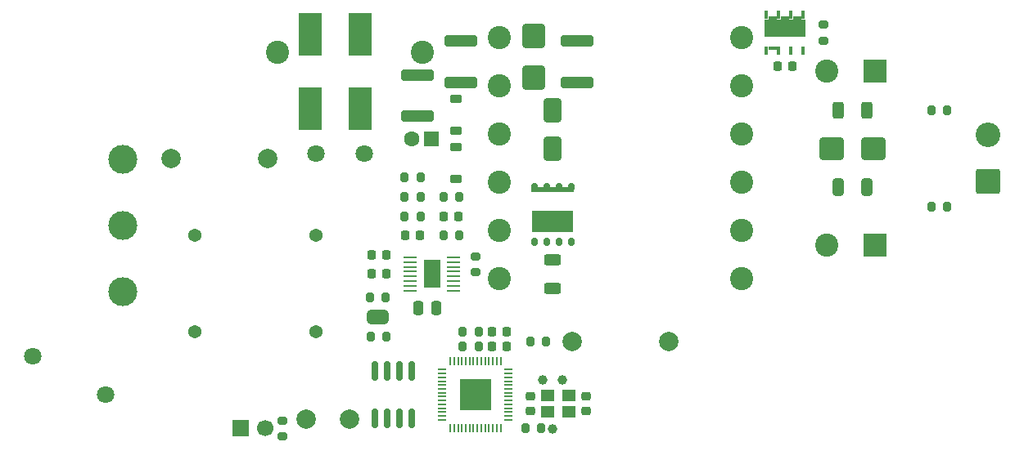
<source format=gbr>
%TF.GenerationSoftware,KiCad,Pcbnew,9.0.0-9.0.0-2~ubuntu24.04.1*%
%TF.CreationDate,2025-04-09T05:26:43-04:00*%
%TF.ProjectId,ECE2799_LED-Lamp,45434532-3739-4395-9f4c-45442d4c616d,rev?*%
%TF.SameCoordinates,Original*%
%TF.FileFunction,Soldermask,Bot*%
%TF.FilePolarity,Negative*%
%FSLAX46Y46*%
G04 Gerber Fmt 4.6, Leading zero omitted, Abs format (unit mm)*
G04 Created by KiCad (PCBNEW 9.0.0-9.0.0-2~ubuntu24.04.1) date 2025-04-09 05:26:43*
%MOMM*%
%LPD*%
G01*
G04 APERTURE LIST*
G04 Aperture macros list*
%AMRoundRect*
0 Rectangle with rounded corners*
0 $1 Rounding radius*
0 $2 $3 $4 $5 $6 $7 $8 $9 X,Y pos of 4 corners*
0 Add a 4 corners polygon primitive as box body*
4,1,4,$2,$3,$4,$5,$6,$7,$8,$9,$2,$3,0*
0 Add four circle primitives for the rounded corners*
1,1,$1+$1,$2,$3*
1,1,$1+$1,$4,$5*
1,1,$1+$1,$6,$7*
1,1,$1+$1,$8,$9*
0 Add four rect primitives between the rounded corners*
20,1,$1+$1,$2,$3,$4,$5,0*
20,1,$1+$1,$4,$5,$6,$7,0*
20,1,$1+$1,$6,$7,$8,$9,0*
20,1,$1+$1,$8,$9,$2,$3,0*%
%AMFreePoly0*
4,1,23,0.500000,-0.750000,0.000000,-0.750000,0.000000,-0.745722,-0.065263,-0.745722,-0.191342,-0.711940,-0.304381,-0.646677,-0.396677,-0.554381,-0.461940,-0.441342,-0.495722,-0.315263,-0.495722,-0.250000,-0.500000,-0.250000,-0.500000,0.250000,-0.495722,0.250000,-0.495722,0.315263,-0.461940,0.441342,-0.396677,0.554381,-0.304381,0.646677,-0.191342,0.711940,-0.065263,0.745722,0.000000,0.745722,
0.000000,0.750000,0.500000,0.750000,0.500000,-0.750000,0.500000,-0.750000,$1*%
%AMFreePoly1*
4,1,23,0.000000,0.745722,0.065263,0.745722,0.191342,0.711940,0.304381,0.646677,0.396677,0.554381,0.461940,0.441342,0.495722,0.315263,0.495722,0.250000,0.500000,0.250000,0.500000,-0.250000,0.495722,-0.250000,0.495722,-0.315263,0.461940,-0.441342,0.396677,-0.554381,0.304381,-0.646677,0.191342,-0.711940,0.065263,-0.745722,0.000000,-0.745722,0.000000,-0.750000,-0.500000,-0.750000,
-0.500000,0.750000,0.000000,0.750000,0.000000,0.745722,0.000000,0.745722,$1*%
G04 Aperture macros list end*
%ADD10C,0.000000*%
%ADD11C,2.400000*%
%ADD12C,1.800000*%
%ADD13C,3.000000*%
%ADD14C,0.990600*%
%ADD15R,1.600000X1.600000*%
%ADD16C,1.600000*%
%ADD17R,2.400000X2.400000*%
%ADD18R,1.700000X1.700000*%
%ADD19C,1.700000*%
%ADD20C,2.000000*%
%ADD21RoundRect,0.249999X1.025001X-1.025001X1.025001X1.025001X-1.025001X1.025001X-1.025001X-1.025001X0*%
%ADD22C,2.550000*%
%ADD23C,1.371600*%
%ADD24RoundRect,0.225000X-0.375000X0.225000X-0.375000X-0.225000X0.375000X-0.225000X0.375000X0.225000X0*%
%ADD25RoundRect,0.152500X0.152500X-0.262500X0.152500X0.262500X-0.152500X0.262500X-0.152500X-0.262500X0*%
%ADD26R,4.420000X0.540000*%
%ADD27R,4.300000X2.200000*%
%ADD28RoundRect,0.225000X0.225000X0.250000X-0.225000X0.250000X-0.225000X-0.250000X0.225000X-0.250000X0*%
%ADD29RoundRect,0.250000X-0.650000X1.000000X-0.650000X-1.000000X0.650000X-1.000000X0.650000X1.000000X0*%
%ADD30RoundRect,0.200000X-0.200000X-0.275000X0.200000X-0.275000X0.200000X0.275000X-0.200000X0.275000X0*%
%ADD31RoundRect,0.250000X-1.450000X0.312500X-1.450000X-0.312500X1.450000X-0.312500X1.450000X0.312500X0*%
%ADD32RoundRect,0.225000X-0.225000X-0.250000X0.225000X-0.250000X0.225000X0.250000X-0.225000X0.250000X0*%
%ADD33RoundRect,0.200000X0.200000X0.275000X-0.200000X0.275000X-0.200000X-0.275000X0.200000X-0.275000X0*%
%ADD34RoundRect,0.225000X0.375000X-0.225000X0.375000X0.225000X-0.375000X0.225000X-0.375000X-0.225000X0*%
%ADD35RoundRect,0.250000X-0.625000X0.312500X-0.625000X-0.312500X0.625000X-0.312500X0.625000X0.312500X0*%
%ADD36RoundRect,0.200000X-0.275000X0.200000X-0.275000X-0.200000X0.275000X-0.200000X0.275000X0.200000X0*%
%ADD37FreePoly0,180.000000*%
%ADD38FreePoly1,180.000000*%
%ADD39RoundRect,0.050000X-0.050000X0.387500X-0.050000X-0.387500X0.050000X-0.387500X0.050000X0.387500X0*%
%ADD40RoundRect,0.050000X-0.387500X0.050000X-0.387500X-0.050000X0.387500X-0.050000X0.387500X0.050000X0*%
%ADD41R,3.200000X3.200000*%
%ADD42RoundRect,0.250000X0.312500X0.625000X-0.312500X0.625000X-0.312500X-0.625000X0.312500X-0.625000X0*%
%ADD43RoundRect,0.250000X0.325000X0.650000X-0.325000X0.650000X-0.325000X-0.650000X0.325000X-0.650000X0*%
%ADD44R,0.457200X0.889000*%
%ADD45RoundRect,0.250000X1.000000X0.900000X-1.000000X0.900000X-1.000000X-0.900000X1.000000X-0.900000X0*%
%ADD46RoundRect,0.225000X0.250000X-0.225000X0.250000X0.225000X-0.250000X0.225000X-0.250000X-0.225000X0*%
%ADD47R,2.400000X4.400000*%
%ADD48R,1.333500X0.279400*%
%ADD49R,1.752600X2.946400*%
%ADD50RoundRect,0.150000X-0.150000X0.825000X-0.150000X-0.825000X0.150000X-0.825000X0.150000X0.825000X0*%
%ADD51RoundRect,0.225000X-0.250000X0.225000X-0.250000X-0.225000X0.250000X-0.225000X0.250000X0.225000X0*%
%ADD52RoundRect,0.250000X-0.250000X-0.475000X0.250000X-0.475000X0.250000X0.475000X-0.250000X0.475000X0*%
%ADD53R,1.400000X1.200000*%
%ADD54RoundRect,0.250000X0.900000X-1.000000X0.900000X1.000000X-0.900000X1.000000X-0.900000X-1.000000X0*%
%ADD55RoundRect,0.200000X0.275000X-0.200000X0.275000X0.200000X-0.275000X0.200000X-0.275000X-0.200000X0*%
G04 APERTURE END LIST*
%TO.C,JP2*%
G36*
X135071168Y-115686498D02*
G01*
X134771168Y-115686498D01*
X134771168Y-117186498D01*
X135071168Y-117186498D01*
X135071168Y-115686498D01*
G37*
D10*
%TO.C,U2*%
G36*
X176136400Y-88744499D02*
G01*
X175323600Y-88744499D01*
X175323600Y-88405499D01*
X176136400Y-88405499D01*
X176136400Y-88744499D01*
G37*
G36*
X176136400Y-85594501D02*
G01*
X176593600Y-85594501D01*
X176593600Y-85255501D01*
X177406400Y-85255501D01*
X177406400Y-85594501D01*
X177863600Y-85594501D01*
X177863600Y-85255501D01*
X178676400Y-85255501D01*
X178676400Y-85594501D01*
X179133600Y-85594501D01*
X179133600Y-87399501D01*
X174866400Y-87399501D01*
X174866400Y-85594501D01*
X175323600Y-85594501D01*
X175323600Y-85255501D01*
X176136400Y-85255501D01*
X176136400Y-85594501D01*
G37*
%TD*%
D11*
%TO.C,T1*%
X147500000Y-87500000D03*
X147500000Y-92500000D03*
X147500000Y-97500000D03*
X147500000Y-102500000D03*
X147500000Y-107500000D03*
X147500000Y-112500000D03*
X172500000Y-112500000D03*
X172500000Y-107500000D03*
X172500000Y-102500000D03*
X172500000Y-97500000D03*
X172500000Y-92500000D03*
X172500000Y-87500000D03*
%TD*%
D12*
%TO.C,RV1*%
X106750000Y-124500000D03*
X99250000Y-120500000D03*
%TD*%
D13*
%TO.C,J1*%
X108500000Y-100150000D03*
X108500000Y-113850000D03*
X108500000Y-107000000D03*
%TD*%
D14*
%TO.C,J3*%
X153000000Y-128040000D03*
X151984000Y-122960000D03*
X154016000Y-122960000D03*
%TD*%
D11*
%TO.C,C2*%
X139500000Y-89000000D03*
X124500000Y-89000000D03*
%TD*%
D15*
%TO.C,C3*%
X140455113Y-98000000D03*
D16*
X138455113Y-98000000D03*
%TD*%
D17*
%TO.C,C11*%
X186323959Y-109000000D03*
D11*
X181323959Y-109000000D03*
%TD*%
D17*
%TO.C,C10*%
X186323959Y-91000000D03*
D11*
X181323959Y-91000000D03*
%TD*%
D18*
%TO.C,J4*%
X120725000Y-128000000D03*
D19*
X123265000Y-128000000D03*
%TD*%
D20*
%TO.C,C1*%
X113500000Y-100000000D03*
X123500000Y-100000000D03*
%TD*%
D21*
%TO.C,J6*%
X198000000Y-102400000D03*
D22*
X198000000Y-97600000D03*
%TD*%
D12*
%TO.C,L1*%
X133500000Y-99500000D03*
X128500000Y-99500000D03*
%TD*%
D23*
%TO.C,FL1*%
X128500000Y-118000000D03*
X116000000Y-118000000D03*
X116000000Y-108000000D03*
X128500000Y-108000000D03*
%TD*%
D20*
%TO.C,C20*%
X155000000Y-119000000D03*
X165000000Y-119000000D03*
%TD*%
%TO.C,TP2*%
X132000000Y-127000000D03*
%TD*%
D24*
%TO.C,D5*%
X143000000Y-98850000D03*
X143000000Y-102150000D03*
%TD*%
D25*
%TO.C,Q1*%
X154905000Y-108690000D03*
X153640000Y-108690000D03*
X152370000Y-108690000D03*
X151100000Y-108690000D03*
X151095000Y-103010000D03*
X152365000Y-103010000D03*
X153635000Y-103010000D03*
D26*
X153000000Y-103280000D03*
D25*
X154905000Y-103010000D03*
D27*
X153000000Y-106550000D03*
%TD*%
D28*
%TO.C,C7*%
X135775000Y-112000000D03*
X134225000Y-112000000D03*
%TD*%
D29*
%TO.C,D4*%
X153000000Y-95000000D03*
X153000000Y-99000000D03*
%TD*%
D30*
%TO.C,R37*%
X143675000Y-118000000D03*
X145325000Y-118000000D03*
%TD*%
D31*
%TO.C,R32*%
X155500000Y-87862500D03*
X155500000Y-92137500D03*
%TD*%
D32*
%TO.C,C36*%
X146725000Y-119500000D03*
X148275000Y-119500000D03*
%TD*%
D33*
%TO.C,R23*%
X139325000Y-102000000D03*
X137675000Y-102000000D03*
%TD*%
D28*
%TO.C,C6*%
X135775000Y-110000000D03*
X134225000Y-110000000D03*
%TD*%
D32*
%TO.C,C37*%
X146725000Y-118000000D03*
X148275000Y-118000000D03*
%TD*%
D30*
%TO.C,R7*%
X137675000Y-104000000D03*
X139325000Y-104000000D03*
%TD*%
D20*
%TO.C,TP1*%
X127500000Y-127000000D03*
%TD*%
D30*
%TO.C,R5*%
X141675000Y-104000000D03*
X143325000Y-104000000D03*
%TD*%
D34*
%TO.C,D8*%
X143000000Y-97150000D03*
X143000000Y-93850000D03*
%TD*%
D35*
%TO.C,R8*%
X153000000Y-110537500D03*
X153000000Y-113462500D03*
%TD*%
D30*
%TO.C,R26*%
X134175000Y-118500000D03*
X135825000Y-118500000D03*
%TD*%
%TO.C,R4*%
X137675000Y-106000000D03*
X139325000Y-106000000D03*
%TD*%
D31*
%TO.C,R1*%
X143500000Y-87862500D03*
X143500000Y-92137500D03*
%TD*%
D33*
%TO.C,R6*%
X193825000Y-105000000D03*
X192175000Y-105000000D03*
%TD*%
D36*
%TO.C,R38*%
X125045000Y-127175000D03*
X125045000Y-128825000D03*
%TD*%
D37*
%TO.C,JP2*%
X135571168Y-116436498D03*
D38*
X134271168Y-116436498D03*
%TD*%
D32*
%TO.C,C4*%
X176225000Y-90500000D03*
X177775000Y-90500000D03*
%TD*%
D39*
%TO.C,U7*%
X142400000Y-121062500D03*
X142800001Y-121062500D03*
X143200000Y-121062500D03*
X143600000Y-121062500D03*
X144000000Y-121062500D03*
X144399999Y-121062500D03*
X144800000Y-121062500D03*
X145200000Y-121062500D03*
X145600001Y-121062500D03*
X146000000Y-121062500D03*
X146400000Y-121062500D03*
X146800000Y-121062500D03*
X147199999Y-121062500D03*
X147600000Y-121062500D03*
D40*
X148437500Y-121900000D03*
X148437500Y-122300001D03*
X148437500Y-122700000D03*
X148437500Y-123100000D03*
X148437500Y-123500000D03*
X148437500Y-123899999D03*
X148437500Y-124300000D03*
X148437500Y-124700000D03*
X148437500Y-125100001D03*
X148437500Y-125500000D03*
X148437500Y-125900000D03*
X148437500Y-126300000D03*
X148437500Y-126699999D03*
X148437500Y-127100000D03*
D39*
X147600000Y-127937500D03*
X147199999Y-127937500D03*
X146800000Y-127937500D03*
X146400000Y-127937500D03*
X146000000Y-127937500D03*
X145600001Y-127937500D03*
X145200000Y-127937500D03*
X144800000Y-127937500D03*
X144399999Y-127937500D03*
X144000000Y-127937500D03*
X143600000Y-127937500D03*
X143200000Y-127937500D03*
X142800001Y-127937500D03*
X142400000Y-127937500D03*
D40*
X141562500Y-127100000D03*
X141562500Y-126699999D03*
X141562500Y-126300000D03*
X141562500Y-125900000D03*
X141562500Y-125500000D03*
X141562500Y-125100001D03*
X141562500Y-124700000D03*
X141562500Y-124300000D03*
X141562500Y-123899999D03*
X141562500Y-123500000D03*
X141562500Y-123100000D03*
X141562500Y-122700000D03*
X141562500Y-122300001D03*
X141562500Y-121900000D03*
D41*
X145000000Y-124500000D03*
%TD*%
D32*
%TO.C,C9*%
X137725000Y-108000000D03*
X139275000Y-108000000D03*
%TD*%
D42*
%TO.C,R27*%
X185462500Y-95000000D03*
X182537500Y-95000000D03*
%TD*%
D43*
%TO.C,C23*%
X185475000Y-103000000D03*
X182525000Y-103000000D03*
%TD*%
D44*
%TO.C,U2*%
X178905000Y-88849999D03*
X177635000Y-88849999D03*
X176365000Y-88849999D03*
X175095000Y-88849999D03*
X175095000Y-85150001D03*
X176365000Y-85150001D03*
X177635000Y-85150001D03*
X178905000Y-85150001D03*
%TD*%
D32*
%TO.C,C21*%
X141725000Y-106000000D03*
X143275000Y-106000000D03*
%TD*%
D45*
%TO.C,D9*%
X186150000Y-99000000D03*
X181850000Y-99000000D03*
%TD*%
D46*
%TO.C,C35*%
X156488368Y-126223838D03*
X156488368Y-124673838D03*
%TD*%
D47*
%TO.C,D1*%
X133100000Y-87150000D03*
X133100000Y-94850000D03*
X127900000Y-94850000D03*
X127900000Y-87150000D03*
%TD*%
D31*
%TO.C,R10*%
X139000000Y-91362500D03*
X139000000Y-95637500D03*
%TD*%
D48*
%TO.C,U1*%
X138283850Y-113751330D03*
X138283850Y-113250950D03*
X138283850Y-112750570D03*
X138283850Y-112250190D03*
X138283850Y-111749810D03*
X138283850Y-111249430D03*
X138283850Y-110749050D03*
X138283850Y-110248670D03*
X142716150Y-110248670D03*
X142716150Y-110749050D03*
X142716150Y-111249430D03*
X142716150Y-111749810D03*
X142716150Y-112250190D03*
X142716150Y-112750570D03*
X142716150Y-113250950D03*
X142716150Y-113751330D03*
D49*
X140500000Y-112000000D03*
%TD*%
D50*
%TO.C,U9*%
X134595000Y-122025000D03*
X135865000Y-122025000D03*
X137135000Y-122025000D03*
X138405000Y-122025000D03*
X138405000Y-126975000D03*
X137135000Y-126975000D03*
X135865000Y-126975000D03*
X134595000Y-126975000D03*
%TD*%
D51*
%TO.C,C26*%
X150700000Y-124673838D03*
X150700000Y-126223838D03*
%TD*%
D33*
%TO.C,R29*%
X151825000Y-128000000D03*
X150175000Y-128000000D03*
%TD*%
%TO.C,R12*%
X193825000Y-95000000D03*
X192175000Y-95000000D03*
%TD*%
D52*
%TO.C,C8*%
X139050000Y-115500000D03*
X140950000Y-115500000D03*
%TD*%
D30*
%TO.C,R18*%
X134096168Y-114436498D03*
X135746168Y-114436498D03*
%TD*%
D53*
%TO.C,Y1*%
X152500000Y-124598838D03*
X154700000Y-124598838D03*
X154700000Y-126298838D03*
X152500000Y-126298838D03*
%TD*%
D30*
%TO.C,R28*%
X150675000Y-119000000D03*
X152325000Y-119000000D03*
%TD*%
D54*
%TO.C,D3*%
X151000000Y-91650000D03*
X151000000Y-87350000D03*
%TD*%
D36*
%TO.C,R2*%
X181000000Y-86175000D03*
X181000000Y-87825000D03*
%TD*%
D30*
%TO.C,R36*%
X143675000Y-119500000D03*
X145325000Y-119500000D03*
%TD*%
D55*
%TO.C,R25*%
X145000000Y-111825000D03*
X145000000Y-110175000D03*
%TD*%
D30*
%TO.C,R3*%
X141675000Y-108000000D03*
X143325000Y-108000000D03*
%TD*%
M02*

</source>
